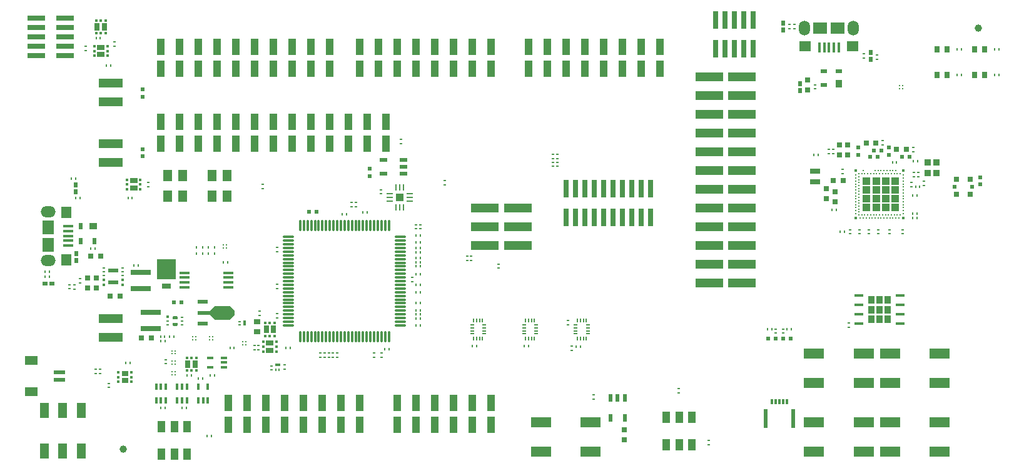
<source format=gtp>
G04*
G04 #@! TF.GenerationSoftware,Altium Limited,Altium Designer,19.1.7 (138)*
G04*
G04 Layer_Color=6710886*
%FSLAX24Y24*%
%MOIN*%
G70*
G01*
G75*
%ADD33O,0.0591X0.0787*%
%ADD34O,0.0787X0.0591*%
G04:AMPARAMS|DCode=35|XSize=43.3mil|YSize=39.4mil|CornerRadius=3mil|HoleSize=0mil|Usage=FLASHONLY|Rotation=180.000|XOffset=0mil|YOffset=0mil|HoleType=Round|Shape=RoundedRectangle|*
%AMROUNDEDRECTD35*
21,1,0.0433,0.0335,0,0,180.0*
21,1,0.0374,0.0394,0,0,180.0*
1,1,0.0059,-0.0187,0.0167*
1,1,0.0059,0.0187,0.0167*
1,1,0.0059,0.0187,-0.0167*
1,1,0.0059,-0.0187,-0.0167*
%
%ADD35ROUNDEDRECTD35*%
%ADD36R,0.0315X0.0118*%
%ADD37R,0.0197X0.0148*%
%ADD38R,0.0138X0.0138*%
%ADD39R,0.0138X0.0098*%
%ADD40R,0.0138X0.0118*%
%ADD41R,0.0138X0.0098*%
%ADD42R,0.0551X0.0197*%
%ADD43R,0.0366X0.0445*%
%ADD44R,0.0236X0.0197*%
%ADD45R,0.0106X0.0118*%
%ADD46R,0.0118X0.0106*%
%ADD47C,0.0093*%
%ADD48O,0.0098X0.0374*%
%ADD49O,0.0374X0.0098*%
%ADD50R,0.0445X0.0445*%
%ADD51R,0.0283X0.0413*%
%ADD52R,0.0362X0.0280*%
%ADD53R,0.0177X0.0165*%
%ADD54R,0.0413X0.0283*%
%ADD55R,0.0118X0.0138*%
%ADD56R,0.0299X0.0945*%
%ADD57R,0.1500X0.0500*%
%ADD58R,0.1063X0.0315*%
%ADD59R,0.0118X0.0315*%
%ADD60R,0.0236X0.1024*%
%ADD61R,0.0630X0.0551*%
%ADD62R,0.0748X0.0610*%
%ADD63R,0.0157X0.0531*%
%ADD64R,0.0551X0.0295*%
%ADD65R,0.0138X0.0354*%
%ADD66R,0.0236X0.0394*%
%ADD67R,0.0354X0.0138*%
%ADD68R,0.0394X0.0236*%
%ADD69R,0.0138X0.0098*%
%ADD70R,0.0138X0.0059*%
%ADD71R,0.0138X0.0059*%
%ADD72R,0.0108X0.0118*%
%ADD73O,0.0551X0.0157*%
%ADD74R,0.0453X0.0177*%
%ADD75O,0.0071X0.0240*%
%ADD76O,0.0240X0.0071*%
%ADD77R,0.0394X0.0630*%
%ADD78R,0.0472X0.0630*%
%ADD79R,0.0472X0.0787*%
%ADD80R,0.1083X0.0551*%
%ADD81R,0.0217X0.0236*%
%ADD82R,0.0157X0.0098*%
%ADD83R,0.0157X0.0276*%
%ADD84R,0.0551X0.0236*%
%ADD85R,0.0669X0.0236*%
%ADD86R,0.0098X0.0157*%
%ADD87R,0.0276X0.0157*%
%ADD88R,0.1252X0.0500*%
%ADD89R,0.0945X0.0299*%
%ADD90R,0.0402X0.0862*%
%ADD91R,0.0320X0.0300*%
%ADD92R,0.0300X0.0320*%
%ADD93R,0.0315X0.0295*%
%ADD94R,0.0295X0.0315*%
%ADD95R,0.0709X0.0472*%
%ADD96R,0.0610X0.0236*%
%ADD97R,0.0551X0.0630*%
%ADD98R,0.0610X0.0748*%
%ADD99R,0.0531X0.0157*%
%ADD100R,0.0315X0.0295*%
%ADD101R,0.0228X0.0197*%
%ADD102R,0.0256X0.0197*%
%ADD103R,0.0197X0.0256*%
%ADD104R,0.0098X0.0142*%
%ADD105R,0.0500X0.0300*%
%ADD106R,0.1000X0.1051*%
%ADD107R,0.0394X0.0335*%
%ADD108R,0.0236X0.0335*%
%ADD109R,0.0335X0.0394*%
%ADD110R,0.0335X0.0236*%
%ADD111R,0.0197X0.0236*%
%ADD112O,0.0650X0.0118*%
%ADD113O,0.0118X0.0650*%
%ADD114C,0.0167*%
%ADD115C,0.0098*%
%ADD116R,0.0335X0.0374*%
%ADD117C,0.0394*%
G36*
X11334Y8518D02*
Y8282D01*
X11078Y8026D01*
X10291D01*
X10035Y8282D01*
Y8518D01*
X10291Y8774D01*
X11078D01*
X11334Y8518D01*
D02*
G37*
D33*
X41704Y23600D02*
D03*
X44303D02*
D03*
D34*
X1400Y11201D02*
D03*
Y13799D02*
D03*
D35*
X46546Y14011D02*
D03*
X46034D02*
D03*
X45523D02*
D03*
X45011D02*
D03*
Y14484D02*
D03*
X45523D02*
D03*
X46034D02*
D03*
X46546D02*
D03*
X45011Y14956D02*
D03*
X45523D02*
D03*
X46034D02*
D03*
X46546D02*
D03*
X45011Y15429D02*
D03*
X45523D02*
D03*
X46034D02*
D03*
X46546D02*
D03*
D36*
X8160Y8137D02*
D03*
X8160Y7783D02*
D03*
D37*
X8160Y8162D02*
D03*
Y7758D02*
D03*
D38*
X7776Y8177D02*
D03*
D39*
Y7960D02*
D03*
Y7763D02*
D03*
X8544D02*
D03*
Y7960D02*
D03*
Y8157D02*
D03*
D40*
X4360Y9887D02*
D03*
Y10143D02*
D03*
X5360D02*
D03*
Y9887D02*
D03*
X9292Y5997D02*
D03*
X9036D02*
D03*
X8780D02*
D03*
Y5308D02*
D03*
X9036D02*
D03*
X9292D02*
D03*
X12954Y7166D02*
D03*
X13210D02*
D03*
X13466D02*
D03*
Y7854D02*
D03*
X13210D02*
D03*
X12954D02*
D03*
X4459Y24004D02*
D03*
X4203D02*
D03*
X3947D02*
D03*
Y23316D02*
D03*
X4203D02*
D03*
X4459D02*
D03*
D41*
X5360Y10399D02*
D03*
Y10596D02*
D03*
Y10793D02*
D03*
X4360D02*
D03*
Y10596D02*
D03*
Y10399D02*
D03*
D42*
X4860Y10025D02*
D03*
Y10655D02*
D03*
D43*
X46138Y8046D02*
D03*
Y8570D02*
D03*
Y9094D02*
D03*
X45693Y8046D02*
D03*
Y8570D02*
D03*
Y9094D02*
D03*
X45248Y8046D02*
D03*
Y8570D02*
D03*
Y9094D02*
D03*
D44*
X40967Y7037D02*
D03*
X40573D02*
D03*
X40167D02*
D03*
X39773D02*
D03*
X15707Y13776D02*
D03*
X15313D02*
D03*
X45798Y17064D02*
D03*
X45405D02*
D03*
X46891Y16708D02*
D03*
X47284D02*
D03*
X8507Y8970D02*
D03*
X8113D02*
D03*
X45188Y16730D02*
D03*
X45582D02*
D03*
D45*
X47615Y15117D02*
D03*
X47839D02*
D03*
X8102Y7120D02*
D03*
X7878D02*
D03*
X7612Y7120D02*
D03*
X7388D02*
D03*
X41002Y7530D02*
D03*
X40778D02*
D03*
X39728D02*
D03*
X39952D02*
D03*
X20998Y12536D02*
D03*
X21222D02*
D03*
X20998Y12157D02*
D03*
X21222D02*
D03*
X20998Y11863D02*
D03*
X21222D02*
D03*
X20998Y11639D02*
D03*
X21222D02*
D03*
X20998Y11321D02*
D03*
X21222D02*
D03*
X20998Y11102D02*
D03*
X21222D02*
D03*
X20998Y10445D02*
D03*
X21222D02*
D03*
X20998Y9896D02*
D03*
X21222D02*
D03*
X20998Y8910D02*
D03*
X21222D02*
D03*
X20998Y8537D02*
D03*
X21222D02*
D03*
X20998Y8320D02*
D03*
X21222D02*
D03*
X20998Y8103D02*
D03*
X21222D02*
D03*
X20998Y7730D02*
D03*
X21222D02*
D03*
X8528Y3310D02*
D03*
X8752D02*
D03*
X10028Y5070D02*
D03*
X10252D02*
D03*
X9408Y4890D02*
D03*
X9632D02*
D03*
X7408Y3310D02*
D03*
X7632D02*
D03*
X10952Y11100D02*
D03*
X10728D02*
D03*
X5958Y10910D02*
D03*
X6182D02*
D03*
X7398Y6900D02*
D03*
X7622D02*
D03*
X1246Y10310D02*
D03*
X1471D02*
D03*
X3664Y11840D02*
D03*
X3888D02*
D03*
X2852Y15560D02*
D03*
X2628D02*
D03*
X3082Y14520D02*
D03*
X2858D02*
D03*
X29749Y6600D02*
D03*
X29524D02*
D03*
X24222Y6620D02*
D03*
X23998D02*
D03*
X26996D02*
D03*
X26771D02*
D03*
X14282Y6520D02*
D03*
X14058D02*
D03*
X17058Y13670D02*
D03*
X17282D02*
D03*
X18178Y13746D02*
D03*
X18402D02*
D03*
X19338Y6450D02*
D03*
X19562D02*
D03*
X47722Y16482D02*
D03*
X47497D02*
D03*
X47702Y14670D02*
D03*
X47478D02*
D03*
X47702Y13460D02*
D03*
X47478D02*
D03*
X43609Y12712D02*
D03*
X43834D02*
D03*
X43178Y13900D02*
D03*
X43403D02*
D03*
X47477Y13696D02*
D03*
X47702D02*
D03*
X46607Y16413D02*
D03*
X46383D02*
D03*
X21222Y9500D02*
D03*
X20998D02*
D03*
X21222Y10880D02*
D03*
X20998D02*
D03*
X3948Y23060D02*
D03*
X4172D02*
D03*
X4722Y21600D02*
D03*
X4498D02*
D03*
X42198Y16840D02*
D03*
X42422D02*
D03*
X10092Y1820D02*
D03*
X9868D02*
D03*
X11312Y6540D02*
D03*
X11088D02*
D03*
X5762Y5730D02*
D03*
X5538D02*
D03*
X1246Y10590D02*
D03*
X1471D02*
D03*
X52051Y21087D02*
D03*
X51826D02*
D03*
X50051D02*
D03*
X49826D02*
D03*
X52051Y22447D02*
D03*
X51826D02*
D03*
X50051D02*
D03*
X49826D02*
D03*
X5872Y14540D02*
D03*
X5648D02*
D03*
X9022Y5060D02*
D03*
X8798D02*
D03*
D46*
X48070Y15186D02*
D03*
Y15410D02*
D03*
X4630Y4408D02*
D03*
Y4632D02*
D03*
X7650Y5902D02*
D03*
Y5678D02*
D03*
X3939Y5158D02*
D03*
Y5382D02*
D03*
X4149D02*
D03*
Y5158D02*
D03*
X3090Y10222D02*
D03*
Y9998D02*
D03*
X13300Y5348D02*
D03*
Y5572D02*
D03*
X2800Y9892D02*
D03*
Y9668D02*
D03*
X14000Y5398D02*
D03*
Y5622D02*
D03*
X25400Y11002D02*
D03*
Y10778D02*
D03*
X41157Y23791D02*
D03*
Y23567D02*
D03*
X43010Y16888D02*
D03*
Y17112D02*
D03*
X43230Y16888D02*
D03*
Y17112D02*
D03*
X36600Y1358D02*
D03*
Y1582D02*
D03*
X29090Y7982D02*
D03*
Y7758D02*
D03*
X40564Y7308D02*
D03*
Y7533D02*
D03*
X35010Y4362D02*
D03*
Y4138D02*
D03*
X40166Y7308D02*
D03*
Y7533D02*
D03*
X21220Y12878D02*
D03*
Y13102D02*
D03*
X20990Y12878D02*
D03*
Y13102D02*
D03*
X23720Y11412D02*
D03*
Y11188D02*
D03*
X23940Y11412D02*
D03*
Y11188D02*
D03*
X28300Y16862D02*
D03*
Y16638D02*
D03*
X28520Y16862D02*
D03*
Y16638D02*
D03*
X19150Y6248D02*
D03*
Y6024D02*
D03*
X18770Y6248D02*
D03*
Y6024D02*
D03*
X17564Y14284D02*
D03*
Y14060D02*
D03*
X17801Y14284D02*
D03*
Y14060D02*
D03*
X16355Y6248D02*
D03*
Y6024D02*
D03*
X15910Y6248D02*
D03*
Y6024D02*
D03*
X12610Y6428D02*
D03*
Y6652D02*
D03*
X12660Y8268D02*
D03*
Y8492D02*
D03*
X12380Y6652D02*
D03*
Y6428D02*
D03*
X22520Y15442D02*
D03*
Y15218D02*
D03*
X2520Y9678D02*
D03*
Y9902D02*
D03*
X40887Y23567D02*
D03*
Y23791D02*
D03*
X42254Y20572D02*
D03*
Y20347D02*
D03*
X45570Y21918D02*
D03*
Y22142D02*
D03*
X44867Y22222D02*
D03*
Y21997D02*
D03*
X44063Y7842D02*
D03*
Y7618D02*
D03*
X13590Y9694D02*
D03*
Y9918D02*
D03*
Y8124D02*
D03*
Y8348D02*
D03*
X16800Y6248D02*
D03*
Y6024D02*
D03*
X20780Y10278D02*
D03*
Y10054D02*
D03*
X13590Y11664D02*
D03*
Y11888D02*
D03*
X19130Y14972D02*
D03*
Y14748D02*
D03*
X28520Y16432D02*
D03*
Y16208D02*
D03*
X28300Y16432D02*
D03*
Y16208D02*
D03*
X47531Y15651D02*
D03*
Y15876D02*
D03*
X46940Y12610D02*
D03*
Y12834D02*
D03*
X46231Y12610D02*
D03*
Y12834D02*
D03*
X45621Y12610D02*
D03*
Y12834D02*
D03*
X45129Y12610D02*
D03*
Y12834D02*
D03*
X44637Y12610D02*
D03*
Y12834D02*
D03*
X44145Y12610D02*
D03*
Y12834D02*
D03*
X43731Y16053D02*
D03*
Y15828D02*
D03*
X47393Y15120D02*
D03*
Y15344D02*
D03*
X47747Y15876D02*
D03*
Y15651D02*
D03*
X16578Y6024D02*
D03*
Y6248D02*
D03*
X16133Y6248D02*
D03*
Y6024D02*
D03*
X20200Y17428D02*
D03*
Y17652D02*
D03*
X45857Y17578D02*
D03*
X45857Y17354D02*
D03*
X47491Y17224D02*
D03*
Y17000D02*
D03*
X3396Y22622D02*
D03*
Y22398D02*
D03*
X4945Y22862D02*
D03*
Y22638D02*
D03*
X29310Y6612D02*
D03*
Y6388D02*
D03*
X12830Y15252D02*
D03*
Y15028D02*
D03*
X30470Y4022D02*
D03*
Y3798D02*
D03*
X6740Y15342D02*
D03*
Y15118D02*
D03*
D47*
X7991Y5259D02*
D03*
X8149D02*
D03*
X7991Y5101D02*
D03*
X8149D02*
D03*
X10899Y12029D02*
D03*
Y11871D02*
D03*
X10741Y12029D02*
D03*
Y11871D02*
D03*
X11937Y6687D02*
D03*
X11779D02*
D03*
X11937Y6845D02*
D03*
X11779D02*
D03*
X7991Y5814D02*
D03*
X8149D02*
D03*
X7991Y5656D02*
D03*
X8149D02*
D03*
X9259Y6961D02*
D03*
X9101D02*
D03*
X9259Y7119D02*
D03*
X9101D02*
D03*
X7991Y6369D02*
D03*
X8149D02*
D03*
X7991Y6211D02*
D03*
X8149D02*
D03*
X10149Y6961D02*
D03*
X9991D02*
D03*
X10149Y7119D02*
D03*
X9991D02*
D03*
X46929Y20351D02*
D03*
X46771D02*
D03*
X46929Y20509D02*
D03*
X46771D02*
D03*
D48*
X20318Y15083D02*
D03*
X20121D02*
D03*
X19924D02*
D03*
Y14020D02*
D03*
X20121D02*
D03*
X20318D02*
D03*
D49*
X19590Y14748D02*
D03*
Y14551D02*
D03*
Y14355D02*
D03*
X20653D02*
D03*
Y14551D02*
D03*
Y14748D02*
D03*
D50*
X20121Y14551D02*
D03*
D51*
X8843Y5652D02*
D03*
X9229D02*
D03*
X13403Y7510D02*
D03*
X13017D02*
D03*
X4010Y23660D02*
D03*
X4396D02*
D03*
D52*
X5480Y4783D02*
D03*
Y5157D02*
D03*
D53*
X5836Y5226D02*
D03*
Y4970D02*
D03*
Y4714D02*
D03*
X5124D02*
D03*
Y4970D02*
D03*
Y5226D02*
D03*
D54*
X5950Y15057D02*
D03*
Y15443D02*
D03*
X13210Y6786D02*
D03*
Y6400D02*
D03*
X4203Y22563D02*
D03*
Y22177D02*
D03*
D55*
X5606Y15506D02*
D03*
Y15250D02*
D03*
Y14994D02*
D03*
X6294D02*
D03*
Y15250D02*
D03*
Y15506D02*
D03*
X13554Y6337D02*
D03*
Y6593D02*
D03*
Y6849D02*
D03*
X12866D02*
D03*
Y6593D02*
D03*
Y6337D02*
D03*
X4548Y22114D02*
D03*
Y22370D02*
D03*
Y22626D02*
D03*
X3859D02*
D03*
Y22370D02*
D03*
Y22114D02*
D03*
D56*
X36970Y24038D02*
D03*
X37470D02*
D03*
X37970D02*
D03*
X38470D02*
D03*
X38970D02*
D03*
X36970Y22502D02*
D03*
X37470D02*
D03*
X37970D02*
D03*
X38470D02*
D03*
X38970D02*
D03*
X31500Y15018D02*
D03*
X32000D02*
D03*
X32500D02*
D03*
X33000D02*
D03*
X33500D02*
D03*
X31500Y13482D02*
D03*
X32000D02*
D03*
X32500D02*
D03*
X33000D02*
D03*
X33500D02*
D03*
X31000D02*
D03*
X30500D02*
D03*
X30000D02*
D03*
X29500D02*
D03*
X29000D02*
D03*
X31000Y15018D02*
D03*
X30500D02*
D03*
X30000D02*
D03*
X29500D02*
D03*
X29000D02*
D03*
D57*
X24675Y14000D02*
D03*
X26425D02*
D03*
X24675Y13000D02*
D03*
X26425D02*
D03*
X24675Y12000D02*
D03*
X26425D02*
D03*
X36625Y10000D02*
D03*
Y14000D02*
D03*
Y13000D02*
D03*
Y17000D02*
D03*
Y18000D02*
D03*
Y21000D02*
D03*
X38375Y10000D02*
D03*
Y13000D02*
D03*
X38375Y14000D02*
D03*
Y18000D02*
D03*
X38375Y17000D02*
D03*
X38375Y21000D02*
D03*
X36625Y11000D02*
D03*
Y12000D02*
D03*
Y15000D02*
D03*
Y16000D02*
D03*
Y19000D02*
D03*
Y20000D02*
D03*
X38375Y11000D02*
D03*
Y12000D02*
D03*
X38375Y15000D02*
D03*
X38375Y16000D02*
D03*
X38375Y19000D02*
D03*
X38375Y20000D02*
D03*
D58*
X6340Y9687D02*
D03*
Y10553D02*
D03*
X6850Y7547D02*
D03*
Y8413D02*
D03*
D59*
X40757Y3673D02*
D03*
X39970D02*
D03*
X40167D02*
D03*
X40364D02*
D03*
X40560D02*
D03*
D60*
X39616Y2767D02*
D03*
X41112D02*
D03*
D61*
X44263Y22635D02*
D03*
X41744D02*
D03*
D62*
X42531Y23600D02*
D03*
X43476D02*
D03*
D63*
X42492Y22547D02*
D03*
X42748D02*
D03*
X43515D02*
D03*
X43259D02*
D03*
X43004D02*
D03*
D64*
X42260Y15965D02*
D03*
Y15395D02*
D03*
D65*
X9394Y4474D02*
D03*
X9906D02*
D03*
Y3726D02*
D03*
X9650D02*
D03*
X9394D02*
D03*
X7666Y3726D02*
D03*
X7410D02*
D03*
X7154D02*
D03*
Y4474D02*
D03*
X7410D02*
D03*
X7666D02*
D03*
X8786Y3726D02*
D03*
X8530D02*
D03*
X8274D02*
D03*
Y4474D02*
D03*
X8530D02*
D03*
X8786D02*
D03*
D66*
X32114Y2799D02*
D03*
X31366D02*
D03*
Y3862D02*
D03*
X31740D02*
D03*
X32114D02*
D03*
D67*
X10026Y5494D02*
D03*
Y6006D02*
D03*
X10774D02*
D03*
Y5750D02*
D03*
Y5494D02*
D03*
D68*
X19259Y15826D02*
D03*
Y16574D02*
D03*
X20322D02*
D03*
Y16200D02*
D03*
Y15826D02*
D03*
D69*
X7776Y8177D02*
D03*
D70*
Y7960D02*
D03*
Y7763D02*
D03*
X8544D02*
D03*
Y7960D02*
D03*
Y8157D02*
D03*
D71*
X4360Y10793D02*
D03*
Y10596D02*
D03*
Y10399D02*
D03*
X5360D02*
D03*
Y10596D02*
D03*
Y10793D02*
D03*
D72*
X4360Y10143D02*
D03*
Y9887D02*
D03*
X5360D02*
D03*
Y10143D02*
D03*
D73*
X10981Y9766D02*
D03*
Y10022D02*
D03*
Y10278D02*
D03*
Y10534D02*
D03*
X8659Y9766D02*
D03*
Y10022D02*
D03*
Y10278D02*
D03*
Y10534D02*
D03*
D74*
X46784Y7820D02*
D03*
Y8320D02*
D03*
Y8820D02*
D03*
Y9320D02*
D03*
X44602Y7820D02*
D03*
Y8320D02*
D03*
Y8820D02*
D03*
Y9320D02*
D03*
D75*
X30073Y7034D02*
D03*
X29915D02*
D03*
X29758D02*
D03*
X29600D02*
D03*
Y7999D02*
D03*
X29758D02*
D03*
X29915D02*
D03*
X30073D02*
D03*
X24546Y7034D02*
D03*
X24389D02*
D03*
X24231D02*
D03*
X24074D02*
D03*
Y7999D02*
D03*
X24231D02*
D03*
X24389D02*
D03*
X24546D02*
D03*
X27310Y7034D02*
D03*
X27152D02*
D03*
X26995D02*
D03*
X26837D02*
D03*
Y7999D02*
D03*
X26995D02*
D03*
X27152D02*
D03*
X27310D02*
D03*
D76*
X29512Y7280D02*
D03*
Y7437D02*
D03*
Y7595D02*
D03*
Y7752D02*
D03*
X30161D02*
D03*
Y7595D02*
D03*
Y7437D02*
D03*
Y7280D02*
D03*
X23985D02*
D03*
Y7437D02*
D03*
Y7595D02*
D03*
Y7752D02*
D03*
X24635D02*
D03*
Y7595D02*
D03*
Y7437D02*
D03*
Y7280D02*
D03*
X26749D02*
D03*
Y7437D02*
D03*
Y7595D02*
D03*
Y7752D02*
D03*
X27398D02*
D03*
Y7595D02*
D03*
Y7437D02*
D03*
Y7280D02*
D03*
D77*
X8809Y2328D02*
D03*
X8120D02*
D03*
X7431D02*
D03*
Y872D02*
D03*
X8120D02*
D03*
X8809D02*
D03*
X34327Y1354D02*
D03*
X35016D02*
D03*
X35705D02*
D03*
Y2811D02*
D03*
X35016D02*
D03*
X34327D02*
D03*
D78*
X7775Y15711D02*
D03*
X8563Y14609D02*
D03*
X7775D02*
D03*
X10137D02*
D03*
X10925D02*
D03*
X8563Y15711D02*
D03*
X10137D02*
D03*
X10925D02*
D03*
D79*
X3160Y3193D02*
D03*
X1192D02*
D03*
X2176D02*
D03*
Y1027D02*
D03*
X1192D02*
D03*
X3160D02*
D03*
D80*
X30309Y985D02*
D03*
Y2560D02*
D03*
X27651Y985D02*
D03*
Y2560D02*
D03*
X48904Y985D02*
D03*
Y2560D02*
D03*
X46247Y985D02*
D03*
Y2560D02*
D03*
X44864Y985D02*
D03*
Y2560D02*
D03*
X42207Y985D02*
D03*
Y2560D02*
D03*
X46247Y6232D02*
D03*
Y4657D02*
D03*
X48904Y6232D02*
D03*
Y4657D02*
D03*
X42207Y6232D02*
D03*
Y4657D02*
D03*
X44864Y6232D02*
D03*
Y4657D02*
D03*
D81*
X6430Y19933D02*
D03*
Y20327D02*
D03*
Y16742D02*
D03*
Y17136D02*
D03*
D82*
X11602Y7761D02*
D03*
Y7939D02*
D03*
D83*
X11878Y7850D02*
D03*
D84*
X9641Y8991D02*
D03*
Y7809D02*
D03*
D85*
X9700Y8400D02*
D03*
D86*
X13709Y5352D02*
D03*
X13531D02*
D03*
D87*
X13620Y5628D02*
D03*
D88*
X4724Y20657D02*
D03*
Y19657D02*
D03*
Y17429D02*
D03*
Y16429D02*
D03*
Y8090D02*
D03*
Y7090D02*
D03*
D89*
X762Y22140D02*
D03*
Y22640D02*
D03*
Y23140D02*
D03*
Y23640D02*
D03*
Y24140D02*
D03*
X2298Y22140D02*
D03*
Y22640D02*
D03*
Y23140D02*
D03*
Y23640D02*
D03*
Y24140D02*
D03*
D90*
X31000Y21423D02*
D03*
Y22577D02*
D03*
X27000Y21423D02*
D03*
X30000D02*
D03*
X29000Y21423D02*
D03*
X34000Y21423D02*
D03*
X33000D02*
D03*
X27000Y22577D02*
D03*
X30000D02*
D03*
X29000D02*
D03*
X34000D02*
D03*
X33000D02*
D03*
X28000Y21423D02*
D03*
X32000D02*
D03*
X28000Y22577D02*
D03*
X32000D02*
D03*
X7400Y21423D02*
D03*
X13400D02*
D03*
X7400Y22577D02*
D03*
X13400D02*
D03*
X8400Y21423D02*
D03*
X9400Y21423D02*
D03*
X11400D02*
D03*
X12400D02*
D03*
X15400D02*
D03*
X16400D02*
D03*
X8400Y22577D02*
D03*
X9400D02*
D03*
X11400D02*
D03*
X12400D02*
D03*
X15400D02*
D03*
X16400D02*
D03*
X10400Y21423D02*
D03*
X14400Y21423D02*
D03*
X10400Y22577D02*
D03*
X14400D02*
D03*
X22000Y21423D02*
D03*
Y22577D02*
D03*
X18000Y21423D02*
D03*
X21000D02*
D03*
X20000Y21423D02*
D03*
X25000Y21423D02*
D03*
X24000D02*
D03*
X18000Y22577D02*
D03*
X21000D02*
D03*
X20000D02*
D03*
X25000D02*
D03*
X24000D02*
D03*
X19000Y21423D02*
D03*
X23000D02*
D03*
X19000Y22577D02*
D03*
X23000D02*
D03*
X23000Y3577D02*
D03*
X23000Y2423D02*
D03*
X25000Y3577D02*
D03*
X24000D02*
D03*
X21000D02*
D03*
X20000D02*
D03*
X25000Y2423D02*
D03*
X24000D02*
D03*
X21000D02*
D03*
X20000D02*
D03*
X22000Y3577D02*
D03*
Y2423D02*
D03*
X14000Y3577D02*
D03*
Y2423D02*
D03*
X18000Y3577D02*
D03*
X15000D02*
D03*
X16000Y3577D02*
D03*
X11000Y3577D02*
D03*
X12000D02*
D03*
X18000Y2423D02*
D03*
X15000D02*
D03*
X16000D02*
D03*
X11000D02*
D03*
X12000D02*
D03*
X17000Y3577D02*
D03*
X13000D02*
D03*
X17000Y2423D02*
D03*
X13000D02*
D03*
X15400Y18577D02*
D03*
Y17423D02*
D03*
X16400Y18577D02*
D03*
Y17423D02*
D03*
X7400D02*
D03*
Y18577D02*
D03*
X11400D02*
D03*
Y17423D02*
D03*
X12400Y18577D02*
D03*
Y17423D02*
D03*
X10400Y18577D02*
D03*
Y17423D02*
D03*
X9400Y18577D02*
D03*
Y17423D02*
D03*
X8400D02*
D03*
Y18577D02*
D03*
X14400Y17423D02*
D03*
Y18577D02*
D03*
X13400Y17423D02*
D03*
Y18577D02*
D03*
X17400Y17423D02*
D03*
Y18577D02*
D03*
X18400Y17423D02*
D03*
Y18577D02*
D03*
X19400Y17423D02*
D03*
Y18577D02*
D03*
D91*
X12530Y7935D02*
D03*
Y7385D02*
D03*
D92*
X51313Y21087D02*
D03*
X50763D02*
D03*
X49313D02*
D03*
X48763D02*
D03*
X51313Y22447D02*
D03*
X50763D02*
D03*
X49313D02*
D03*
X48763D02*
D03*
D93*
X42875Y14484D02*
D03*
Y15015D02*
D03*
X32110Y2146D02*
D03*
Y1614D02*
D03*
X41864Y20825D02*
D03*
Y20294D02*
D03*
X44007Y17370D02*
D03*
Y16838D02*
D03*
X43564Y17370D02*
D03*
Y16838D02*
D03*
X43338Y14858D02*
D03*
Y14326D02*
D03*
X3970Y9724D02*
D03*
Y10256D02*
D03*
X3500Y9724D02*
D03*
Y10256D02*
D03*
D94*
X47137Y17112D02*
D03*
X46605D02*
D03*
X45513Y17466D02*
D03*
X44981D02*
D03*
X43229Y15468D02*
D03*
X43761D02*
D03*
X3660Y11440D02*
D03*
X4192D02*
D03*
X5226Y9280D02*
D03*
X4694D02*
D03*
X6886Y7070D02*
D03*
X6354D02*
D03*
D95*
X484Y4203D02*
D03*
Y5857D02*
D03*
D96*
X2010Y4833D02*
D03*
Y5227D02*
D03*
D97*
X2365Y13760D02*
D03*
Y11240D02*
D03*
D98*
X1400Y12028D02*
D03*
Y12972D02*
D03*
D99*
X2454Y11988D02*
D03*
Y12244D02*
D03*
Y13012D02*
D03*
Y12756D02*
D03*
Y12500D02*
D03*
D100*
X49793Y14711D02*
D03*
Y15518D02*
D03*
X50541D02*
D03*
Y14711D02*
D03*
D101*
X49710Y15115D02*
D03*
X50623D02*
D03*
D102*
X1613Y9967D02*
D03*
X1239D02*
D03*
D103*
X40557Y23866D02*
D03*
Y23492D02*
D03*
X2900Y11190D02*
D03*
Y11564D02*
D03*
X41474Y20263D02*
D03*
Y20637D02*
D03*
X2860Y15227D02*
D03*
Y14853D02*
D03*
X45217Y21923D02*
D03*
Y22297D02*
D03*
D104*
X9940Y11553D02*
D03*
Y11884D02*
D03*
X9300Y11553D02*
D03*
Y11884D02*
D03*
X10260Y11553D02*
D03*
Y11884D02*
D03*
X9620Y11553D02*
D03*
Y11884D02*
D03*
D105*
X7680Y9810D02*
D03*
D106*
Y10736D02*
D03*
D107*
X3791Y13034D02*
D03*
D108*
X3122D02*
D03*
Y12226D02*
D03*
X3870D02*
D03*
D109*
X43526Y20634D02*
D03*
D110*
Y21303D02*
D03*
X42719D02*
D03*
Y20555D02*
D03*
D111*
X44578Y17210D02*
D03*
Y16816D02*
D03*
X46202Y16836D02*
D03*
Y17230D02*
D03*
X51050Y15243D02*
D03*
Y15637D02*
D03*
X18530Y15693D02*
D03*
Y16087D02*
D03*
D112*
X20172Y12452D02*
D03*
Y12255D02*
D03*
Y12059D02*
D03*
Y11862D02*
D03*
Y11665D02*
D03*
Y11468D02*
D03*
Y11271D02*
D03*
Y11074D02*
D03*
Y10877D02*
D03*
Y10681D02*
D03*
Y10484D02*
D03*
Y10287D02*
D03*
Y10090D02*
D03*
Y9893D02*
D03*
Y9696D02*
D03*
Y9499D02*
D03*
Y9303D02*
D03*
Y9106D02*
D03*
Y8909D02*
D03*
Y8712D02*
D03*
Y8515D02*
D03*
Y8318D02*
D03*
Y8122D02*
D03*
Y7925D02*
D03*
Y7728D02*
D03*
X14208D02*
D03*
Y7925D02*
D03*
Y8122D02*
D03*
Y8318D02*
D03*
Y8515D02*
D03*
Y8712D02*
D03*
Y8909D02*
D03*
Y9106D02*
D03*
Y9303D02*
D03*
Y9499D02*
D03*
Y9696D02*
D03*
Y9893D02*
D03*
Y10090D02*
D03*
Y10287D02*
D03*
Y10484D02*
D03*
Y10681D02*
D03*
Y10877D02*
D03*
Y11074D02*
D03*
Y11271D02*
D03*
Y11468D02*
D03*
Y11665D02*
D03*
Y11862D02*
D03*
Y12059D02*
D03*
Y12255D02*
D03*
Y12452D02*
D03*
D113*
X19552Y7108D02*
D03*
X19355D02*
D03*
X19158D02*
D03*
X18962D02*
D03*
X18765D02*
D03*
X18568D02*
D03*
X18371D02*
D03*
X18174D02*
D03*
X17977D02*
D03*
X17781D02*
D03*
X17584D02*
D03*
X17387D02*
D03*
X17190D02*
D03*
X16993D02*
D03*
X16796D02*
D03*
X16599D02*
D03*
X16403D02*
D03*
X16206D02*
D03*
X16009D02*
D03*
X15812D02*
D03*
X15615D02*
D03*
X15418D02*
D03*
X15221D02*
D03*
X15025D02*
D03*
X14828D02*
D03*
Y13072D02*
D03*
X15025D02*
D03*
X15221D02*
D03*
X15418D02*
D03*
X15615D02*
D03*
X15812D02*
D03*
X16009D02*
D03*
X16206D02*
D03*
X16403D02*
D03*
X16599D02*
D03*
X16796D02*
D03*
X16993D02*
D03*
X17190D02*
D03*
X17387D02*
D03*
X17584D02*
D03*
X17781D02*
D03*
X17977D02*
D03*
X18174D02*
D03*
X18371D02*
D03*
X18568D02*
D03*
X18765D02*
D03*
X18962D02*
D03*
X19158D02*
D03*
X19355D02*
D03*
X19552D02*
D03*
D114*
X44440Y15980D02*
D03*
Y13460D02*
D03*
X46960D02*
D03*
Y15980D02*
D03*
D115*
X46566D02*
D03*
X46723Y13460D02*
D03*
X46566D02*
D03*
X46802Y13618D02*
D03*
Y15822D02*
D03*
X44440Y13696D02*
D03*
X46409Y13460D02*
D03*
X46251D02*
D03*
X46094D02*
D03*
X45936D02*
D03*
X45779D02*
D03*
X45621D02*
D03*
X45464D02*
D03*
X45306D02*
D03*
X45149D02*
D03*
X44991D02*
D03*
X44834D02*
D03*
X44676D02*
D03*
X46645Y13618D02*
D03*
X46487D02*
D03*
X46330D02*
D03*
X46172D02*
D03*
X46015D02*
D03*
X45857D02*
D03*
X45700D02*
D03*
X45542D02*
D03*
X45385D02*
D03*
X45227D02*
D03*
X45070D02*
D03*
X44912D02*
D03*
X44755D02*
D03*
X44597D02*
D03*
Y13775D02*
D03*
Y13933D02*
D03*
X44440Y13854D02*
D03*
Y14011D02*
D03*
X44597Y14090D02*
D03*
X46960Y14169D02*
D03*
X44440D02*
D03*
X44597Y14248D02*
D03*
X46960Y14326D02*
D03*
X44440D02*
D03*
X44597Y14405D02*
D03*
X46960Y14484D02*
D03*
X44440D02*
D03*
X44597Y14563D02*
D03*
X46960Y14641D02*
D03*
X44440D02*
D03*
X44597Y14720D02*
D03*
X46960Y14799D02*
D03*
X44440D02*
D03*
X44597Y14877D02*
D03*
X46960Y14956D02*
D03*
X44440D02*
D03*
X44597Y15035D02*
D03*
X46960Y15114D02*
D03*
X44440D02*
D03*
X44597Y15192D02*
D03*
X46960Y15271D02*
D03*
X44440D02*
D03*
X44597Y15350D02*
D03*
X46960Y15429D02*
D03*
X44440D02*
D03*
X44597Y15507D02*
D03*
X46960Y15586D02*
D03*
X44440D02*
D03*
X44597Y15665D02*
D03*
X46960Y15744D02*
D03*
X44440D02*
D03*
X46172Y15822D02*
D03*
X46015D02*
D03*
X45857D02*
D03*
X45700D02*
D03*
X45542D02*
D03*
X45385D02*
D03*
X45227D02*
D03*
X45070D02*
D03*
X44912D02*
D03*
X44755D02*
D03*
X44597D02*
D03*
X46409Y15980D02*
D03*
X46251D02*
D03*
X46094D02*
D03*
X45936D02*
D03*
X45779D02*
D03*
X45621D02*
D03*
X45464D02*
D03*
X44834D02*
D03*
X46330Y15822D02*
D03*
X46487D02*
D03*
X46645D02*
D03*
X46960Y14011D02*
D03*
Y13854D02*
D03*
Y13696D02*
D03*
D116*
X48279Y16413D02*
D03*
X48731D02*
D03*
Y15842D02*
D03*
X48279D02*
D03*
D117*
X50973Y23600D02*
D03*
X5411Y1120D02*
D03*
M02*

</source>
